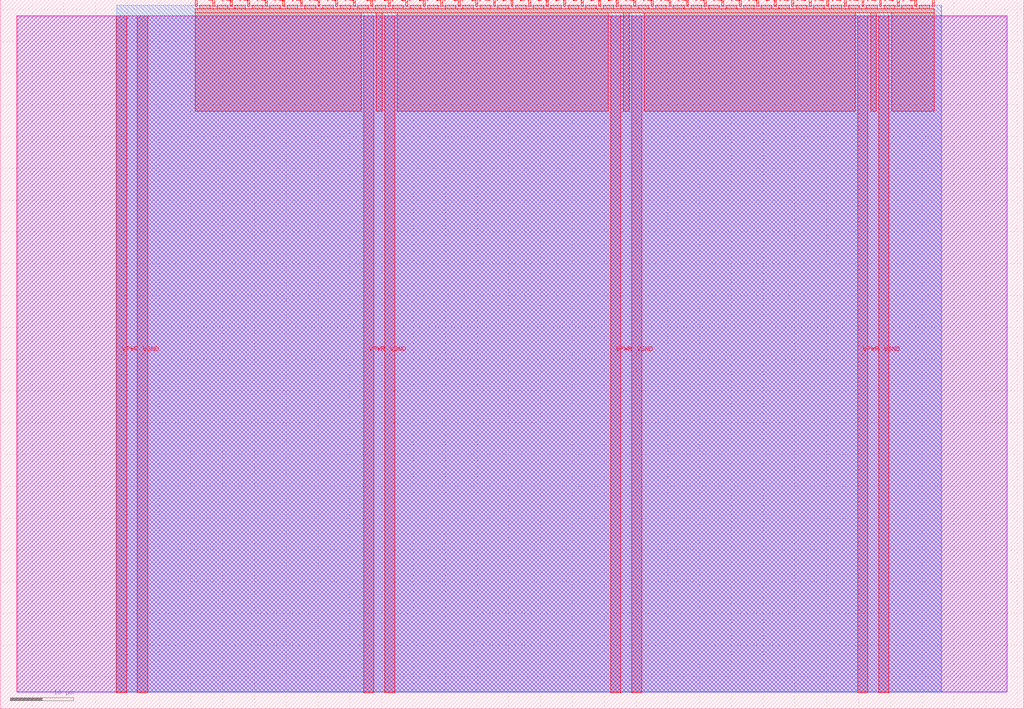
<source format=lef>
VERSION 5.7 ;
  NOWIREEXTENSIONATPIN ON ;
  DIVIDERCHAR "/" ;
  BUSBITCHARS "[]" ;
MACRO tt_um_instrumented_ring_oscillator
  CLASS BLOCK ;
  FOREIGN tt_um_instrumented_ring_oscillator ;
  ORIGIN 0.000 0.000 ;
  SIZE 161.000 BY 111.520 ;
  PIN VGND
    DIRECTION INOUT ;
    USE GROUND ;
    PORT
      LAYER met4 ;
        RECT 21.580 2.480 23.180 109.040 ;
    END
    PORT
      LAYER met4 ;
        RECT 60.450 2.480 62.050 109.040 ;
    END
    PORT
      LAYER met4 ;
        RECT 99.320 2.480 100.920 109.040 ;
    END
    PORT
      LAYER met4 ;
        RECT 138.190 2.480 139.790 109.040 ;
    END
  END VGND
  PIN VPWR
    DIRECTION INOUT ;
    USE POWER ;
    PORT
      LAYER met4 ;
        RECT 18.280 2.480 19.880 109.040 ;
    END
    PORT
      LAYER met4 ;
        RECT 57.150 2.480 58.750 109.040 ;
    END
    PORT
      LAYER met4 ;
        RECT 96.020 2.480 97.620 109.040 ;
    END
    PORT
      LAYER met4 ;
        RECT 134.890 2.480 136.490 109.040 ;
    END
  END VPWR
  PIN clk
    DIRECTION INPUT ;
    USE SIGNAL ;
    PORT
      LAYER met4 ;
        RECT 143.830 110.520 144.130 111.520 ;
    END
  END clk
  PIN ena
    DIRECTION INPUT ;
    USE SIGNAL ;
    ANTENNAGATEAREA 0.196500 ;
    PORT
      LAYER met4 ;
        RECT 146.590 110.520 146.890 111.520 ;
    END
  END ena
  PIN rst_n
    DIRECTION INPUT ;
    USE SIGNAL ;
    PORT
      LAYER met4 ;
        RECT 141.070 110.520 141.370 111.520 ;
    END
  END rst_n
  PIN ui_in[0]
    DIRECTION INPUT ;
    USE SIGNAL ;
    ANTENNAGATEAREA 0.196500 ;
    PORT
      LAYER met4 ;
        RECT 138.310 110.520 138.610 111.520 ;
    END
  END ui_in[0]
  PIN ui_in[1]
    DIRECTION INPUT ;
    USE SIGNAL ;
    ANTENNAGATEAREA 0.196500 ;
    PORT
      LAYER met4 ;
        RECT 135.550 110.520 135.850 111.520 ;
    END
  END ui_in[1]
  PIN ui_in[2]
    DIRECTION INPUT ;
    USE SIGNAL ;
    PORT
      LAYER met4 ;
        RECT 132.790 110.520 133.090 111.520 ;
    END
  END ui_in[2]
  PIN ui_in[3]
    DIRECTION INPUT ;
    USE SIGNAL ;
    PORT
      LAYER met4 ;
        RECT 130.030 110.520 130.330 111.520 ;
    END
  END ui_in[3]
  PIN ui_in[4]
    DIRECTION INPUT ;
    USE SIGNAL ;
    ANTENNAGATEAREA 0.126000 ;
    PORT
      LAYER met4 ;
        RECT 127.270 110.520 127.570 111.520 ;
    END
  END ui_in[4]
  PIN ui_in[5]
    DIRECTION INPUT ;
    USE SIGNAL ;
    ANTENNAGATEAREA 0.126000 ;
    PORT
      LAYER met4 ;
        RECT 124.510 110.520 124.810 111.520 ;
    END
  END ui_in[5]
  PIN ui_in[6]
    DIRECTION INPUT ;
    USE SIGNAL ;
    ANTENNAGATEAREA 0.213000 ;
    PORT
      LAYER met4 ;
        RECT 121.750 110.520 122.050 111.520 ;
    END
  END ui_in[6]
  PIN ui_in[7]
    DIRECTION INPUT ;
    USE SIGNAL ;
    ANTENNAGATEAREA 0.213000 ;
    PORT
      LAYER met4 ;
        RECT 118.990 110.520 119.290 111.520 ;
    END
  END ui_in[7]
  PIN uio_in[0]
    DIRECTION INPUT ;
    USE SIGNAL ;
    PORT
      LAYER met4 ;
        RECT 116.230 110.520 116.530 111.520 ;
    END
  END uio_in[0]
  PIN uio_in[1]
    DIRECTION INPUT ;
    USE SIGNAL ;
    PORT
      LAYER met4 ;
        RECT 113.470 110.520 113.770 111.520 ;
    END
  END uio_in[1]
  PIN uio_in[2]
    DIRECTION INPUT ;
    USE SIGNAL ;
    PORT
      LAYER met4 ;
        RECT 110.710 110.520 111.010 111.520 ;
    END
  END uio_in[2]
  PIN uio_in[3]
    DIRECTION INPUT ;
    USE SIGNAL ;
    PORT
      LAYER met4 ;
        RECT 107.950 110.520 108.250 111.520 ;
    END
  END uio_in[3]
  PIN uio_in[4]
    DIRECTION INPUT ;
    USE SIGNAL ;
    PORT
      LAYER met4 ;
        RECT 105.190 110.520 105.490 111.520 ;
    END
  END uio_in[4]
  PIN uio_in[5]
    DIRECTION INPUT ;
    USE SIGNAL ;
    PORT
      LAYER met4 ;
        RECT 102.430 110.520 102.730 111.520 ;
    END
  END uio_in[5]
  PIN uio_in[6]
    DIRECTION INPUT ;
    USE SIGNAL ;
    PORT
      LAYER met4 ;
        RECT 99.670 110.520 99.970 111.520 ;
    END
  END uio_in[6]
  PIN uio_in[7]
    DIRECTION INPUT ;
    USE SIGNAL ;
    PORT
      LAYER met4 ;
        RECT 96.910 110.520 97.210 111.520 ;
    END
  END uio_in[7]
  PIN uio_oe[0]
    DIRECTION OUTPUT ;
    USE SIGNAL ;
    PORT
      LAYER met4 ;
        RECT 49.990 110.520 50.290 111.520 ;
    END
  END uio_oe[0]
  PIN uio_oe[1]
    DIRECTION OUTPUT ;
    USE SIGNAL ;
    PORT
      LAYER met4 ;
        RECT 47.230 110.520 47.530 111.520 ;
    END
  END uio_oe[1]
  PIN uio_oe[2]
    DIRECTION OUTPUT ;
    USE SIGNAL ;
    PORT
      LAYER met4 ;
        RECT 44.470 110.520 44.770 111.520 ;
    END
  END uio_oe[2]
  PIN uio_oe[3]
    DIRECTION OUTPUT ;
    USE SIGNAL ;
    PORT
      LAYER met4 ;
        RECT 41.710 110.520 42.010 111.520 ;
    END
  END uio_oe[3]
  PIN uio_oe[4]
    DIRECTION OUTPUT ;
    USE SIGNAL ;
    PORT
      LAYER met4 ;
        RECT 38.950 110.520 39.250 111.520 ;
    END
  END uio_oe[4]
  PIN uio_oe[5]
    DIRECTION OUTPUT ;
    USE SIGNAL ;
    PORT
      LAYER met4 ;
        RECT 36.190 110.520 36.490 111.520 ;
    END
  END uio_oe[5]
  PIN uio_oe[6]
    DIRECTION OUTPUT ;
    USE SIGNAL ;
    PORT
      LAYER met4 ;
        RECT 33.430 110.520 33.730 111.520 ;
    END
  END uio_oe[6]
  PIN uio_oe[7]
    DIRECTION OUTPUT ;
    USE SIGNAL ;
    PORT
      LAYER met4 ;
        RECT 30.670 110.520 30.970 111.520 ;
    END
  END uio_oe[7]
  PIN uio_out[0]
    DIRECTION OUTPUT ;
    USE SIGNAL ;
    ANTENNADIFFAREA 0.445500 ;
    PORT
      LAYER met4 ;
        RECT 72.070 110.520 72.370 111.520 ;
    END
  END uio_out[0]
  PIN uio_out[1]
    DIRECTION OUTPUT ;
    USE SIGNAL ;
    ANTENNADIFFAREA 0.445500 ;
    PORT
      LAYER met4 ;
        RECT 69.310 110.520 69.610 111.520 ;
    END
  END uio_out[1]
  PIN uio_out[2]
    DIRECTION OUTPUT ;
    USE SIGNAL ;
    ANTENNADIFFAREA 0.445500 ;
    PORT
      LAYER met4 ;
        RECT 66.550 110.520 66.850 111.520 ;
    END
  END uio_out[2]
  PIN uio_out[3]
    DIRECTION OUTPUT ;
    USE SIGNAL ;
    ANTENNADIFFAREA 0.445500 ;
    PORT
      LAYER met4 ;
        RECT 63.790 110.520 64.090 111.520 ;
    END
  END uio_out[3]
  PIN uio_out[4]
    DIRECTION OUTPUT ;
    USE SIGNAL ;
    ANTENNADIFFAREA 0.445500 ;
    PORT
      LAYER met4 ;
        RECT 61.030 110.520 61.330 111.520 ;
    END
  END uio_out[4]
  PIN uio_out[5]
    DIRECTION OUTPUT ;
    USE SIGNAL ;
    ANTENNADIFFAREA 0.445500 ;
    PORT
      LAYER met4 ;
        RECT 58.270 110.520 58.570 111.520 ;
    END
  END uio_out[5]
  PIN uio_out[6]
    DIRECTION OUTPUT ;
    USE SIGNAL ;
    ANTENNADIFFAREA 1.336500 ;
    PORT
      LAYER met4 ;
        RECT 55.510 110.520 55.810 111.520 ;
    END
  END uio_out[6]
  PIN uio_out[7]
    DIRECTION OUTPUT ;
    USE SIGNAL ;
    ANTENNADIFFAREA 0.445500 ;
    PORT
      LAYER met4 ;
        RECT 52.750 110.520 53.050 111.520 ;
    END
  END uio_out[7]
  PIN uo_out[0]
    DIRECTION OUTPUT ;
    USE SIGNAL ;
    ANTENNADIFFAREA 0.795200 ;
    PORT
      LAYER met4 ;
        RECT 94.150 110.520 94.450 111.520 ;
    END
  END uo_out[0]
  PIN uo_out[1]
    DIRECTION OUTPUT ;
    USE SIGNAL ;
    ANTENNADIFFAREA 0.795200 ;
    PORT
      LAYER met4 ;
        RECT 91.390 110.520 91.690 111.520 ;
    END
  END uo_out[1]
  PIN uo_out[2]
    DIRECTION OUTPUT ;
    USE SIGNAL ;
    ANTENNADIFFAREA 0.795200 ;
    PORT
      LAYER met4 ;
        RECT 88.630 110.520 88.930 111.520 ;
    END
  END uo_out[2]
  PIN uo_out[3]
    DIRECTION OUTPUT ;
    USE SIGNAL ;
    ANTENNADIFFAREA 0.795200 ;
    PORT
      LAYER met4 ;
        RECT 85.870 110.520 86.170 111.520 ;
    END
  END uo_out[3]
  PIN uo_out[4]
    DIRECTION OUTPUT ;
    USE SIGNAL ;
    ANTENNADIFFAREA 0.795200 ;
    PORT
      LAYER met4 ;
        RECT 83.110 110.520 83.410 111.520 ;
    END
  END uo_out[4]
  PIN uo_out[5]
    DIRECTION OUTPUT ;
    USE SIGNAL ;
    ANTENNADIFFAREA 0.445500 ;
    PORT
      LAYER met4 ;
        RECT 80.350 110.520 80.650 111.520 ;
    END
  END uo_out[5]
  PIN uo_out[6]
    DIRECTION OUTPUT ;
    USE SIGNAL ;
    ANTENNADIFFAREA 0.795200 ;
    PORT
      LAYER met4 ;
        RECT 77.590 110.520 77.890 111.520 ;
    END
  END uo_out[6]
  PIN uo_out[7]
    DIRECTION OUTPUT ;
    USE SIGNAL ;
    ANTENNADIFFAREA 0.795200 ;
    PORT
      LAYER met4 ;
        RECT 74.830 110.520 75.130 111.520 ;
    END
  END uo_out[7]
  OBS
      LAYER nwell ;
        RECT 2.570 2.635 158.430 108.990 ;
      LAYER li1 ;
        RECT 2.760 2.635 158.240 108.885 ;
      LAYER met1 ;
        RECT 2.760 2.480 158.240 109.040 ;
      LAYER met2 ;
        RECT 18.310 2.535 148.030 110.685 ;
      LAYER met3 ;
        RECT 18.290 2.555 148.055 110.665 ;
      LAYER met4 ;
        RECT 31.370 110.120 33.030 110.665 ;
        RECT 34.130 110.120 35.790 110.665 ;
        RECT 36.890 110.120 38.550 110.665 ;
        RECT 39.650 110.120 41.310 110.665 ;
        RECT 42.410 110.120 44.070 110.665 ;
        RECT 45.170 110.120 46.830 110.665 ;
        RECT 47.930 110.120 49.590 110.665 ;
        RECT 50.690 110.120 52.350 110.665 ;
        RECT 53.450 110.120 55.110 110.665 ;
        RECT 56.210 110.120 57.870 110.665 ;
        RECT 58.970 110.120 60.630 110.665 ;
        RECT 61.730 110.120 63.390 110.665 ;
        RECT 64.490 110.120 66.150 110.665 ;
        RECT 67.250 110.120 68.910 110.665 ;
        RECT 70.010 110.120 71.670 110.665 ;
        RECT 72.770 110.120 74.430 110.665 ;
        RECT 75.530 110.120 77.190 110.665 ;
        RECT 78.290 110.120 79.950 110.665 ;
        RECT 81.050 110.120 82.710 110.665 ;
        RECT 83.810 110.120 85.470 110.665 ;
        RECT 86.570 110.120 88.230 110.665 ;
        RECT 89.330 110.120 90.990 110.665 ;
        RECT 92.090 110.120 93.750 110.665 ;
        RECT 94.850 110.120 96.510 110.665 ;
        RECT 97.610 110.120 99.270 110.665 ;
        RECT 100.370 110.120 102.030 110.665 ;
        RECT 103.130 110.120 104.790 110.665 ;
        RECT 105.890 110.120 107.550 110.665 ;
        RECT 108.650 110.120 110.310 110.665 ;
        RECT 111.410 110.120 113.070 110.665 ;
        RECT 114.170 110.120 115.830 110.665 ;
        RECT 116.930 110.120 118.590 110.665 ;
        RECT 119.690 110.120 121.350 110.665 ;
        RECT 122.450 110.120 124.110 110.665 ;
        RECT 125.210 110.120 126.870 110.665 ;
        RECT 127.970 110.120 129.630 110.665 ;
        RECT 130.730 110.120 132.390 110.665 ;
        RECT 133.490 110.120 135.150 110.665 ;
        RECT 136.250 110.120 137.910 110.665 ;
        RECT 139.010 110.120 140.670 110.665 ;
        RECT 141.770 110.120 143.430 110.665 ;
        RECT 144.530 110.120 146.190 110.665 ;
        RECT 30.655 109.440 146.905 110.120 ;
        RECT 30.655 94.015 56.750 109.440 ;
        RECT 59.150 94.015 60.050 109.440 ;
        RECT 62.450 94.015 95.620 109.440 ;
        RECT 98.020 94.015 98.920 109.440 ;
        RECT 101.320 94.015 134.490 109.440 ;
        RECT 136.890 94.015 137.790 109.440 ;
        RECT 140.190 94.015 146.905 109.440 ;
  END
END tt_um_instrumented_ring_oscillator
END LIBRARY


</source>
